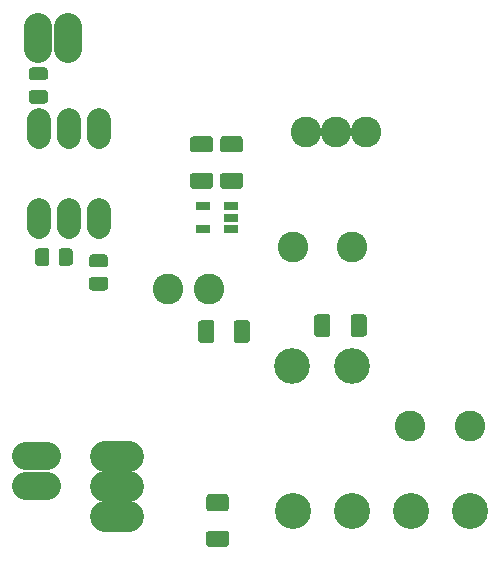
<source format=gts>
%FSLAX34Y34*%
%MOMM*%
%LNSOLDERMASK_TOP*%
G71*
G01*
%ADD10C, 2.000*%
%ADD11R, 1.200X0.800*%
%ADD12C, 2.600*%
%ADD13C, 2.600*%
%ADD14C, 3.050*%
%ADD15C, 2.400*%
%ADD16C, 0.200*%
%ADD17R, 1.100X1.000*%
%ADD18R, 0.700X0.700*%
%ADD19C, 3.030*%
%ADD20R, 1.000X1.100*%
%LPD*%
G54D10*
X80956Y-102513D02*
X80956Y-116513D01*
G54D10*
X106355Y-102513D02*
X106356Y-116513D01*
G54D10*
X131755Y-102513D02*
X131755Y-116513D01*
G54D10*
X131755Y-178713D02*
X131755Y-192713D01*
G54D10*
X106355Y-178713D02*
X106356Y-192713D01*
G54D10*
X80956Y-178713D02*
X80955Y-192713D01*
X219868Y-194469D02*
G54D11*
D03*
X219868Y-175469D02*
G54D11*
D03*
X243668Y-194469D02*
G54D11*
D03*
X243668Y-175469D02*
G54D11*
D03*
X243668Y-184969D02*
G54D11*
D03*
G54D12*
X136862Y-386519D02*
X156862Y-386519D01*
G54D12*
X136862Y-411919D02*
X156862Y-411919D01*
G54D12*
X136862Y-437319D02*
X156862Y-437319D01*
X307199Y-112676D02*
G54D13*
D03*
X332599Y-112676D02*
G54D13*
D03*
X357999Y-112675D02*
G54D13*
D03*
X346655Y-210250D02*
G54D13*
D03*
X296649Y-210250D02*
G54D13*
D03*
X296087Y-433350D02*
G54D14*
D03*
X346087Y-433350D02*
G54D14*
D03*
X396087Y-433350D02*
G54D14*
D03*
X446087Y-433350D02*
G54D14*
D03*
G54D15*
X106257Y-41982D02*
X106257Y-23982D01*
G54D15*
X80857Y-41982D02*
X80857Y-23982D01*
G36*
X237418Y-159957D02*
X235418Y-157957D01*
X235418Y-148957D01*
X236418Y-147957D01*
X252418Y-147957D01*
X253418Y-148957D01*
X253418Y-157957D01*
X251418Y-159957D01*
X237418Y-159957D01*
G37*
G54D16*
X237418Y-159957D02*
X235418Y-157957D01*
X235418Y-148957D01*
X236418Y-147957D01*
X252418Y-147957D01*
X253418Y-148957D01*
X253418Y-157957D01*
X251418Y-159957D01*
X237418Y-159957D01*
G36*
X236918Y-128957D02*
X236418Y-128957D01*
X235418Y-127957D01*
X235418Y-118957D01*
X237418Y-116957D01*
X251418Y-116957D01*
X253418Y-118957D01*
X253418Y-127957D01*
X252418Y-128957D01*
X236918Y-128957D01*
G37*
G54D16*
X236918Y-128957D02*
X236418Y-128957D01*
X235418Y-127957D01*
X235418Y-118957D01*
X237418Y-116957D01*
X251418Y-116957D01*
X253418Y-118957D01*
X253418Y-127957D01*
X252418Y-128957D01*
X236918Y-128957D01*
X244420Y-154509D02*
G54D17*
D03*
X243920Y-122509D02*
G54D17*
D03*
G36*
X75818Y-88063D02*
X73818Y-86063D01*
X73818Y-79063D01*
X74818Y-78063D01*
X86818Y-78063D01*
X87818Y-79063D01*
X87818Y-86063D01*
X85818Y-88063D01*
X75818Y-88063D01*
G37*
G54D16*
X75818Y-88063D02*
X73818Y-86063D01*
X73818Y-79063D01*
X74818Y-78063D01*
X86818Y-78063D01*
X87818Y-79063D01*
X87818Y-86063D01*
X85818Y-88063D01*
X75818Y-88063D01*
G36*
X74818Y-68063D02*
X73818Y-67063D01*
X73818Y-60063D01*
X75818Y-58063D01*
X85818Y-58063D01*
X87818Y-60063D01*
X87818Y-67063D01*
X86818Y-68063D01*
X74818Y-68063D01*
G37*
G54D16*
X74818Y-68063D02*
X73818Y-67063D01*
X73818Y-60063D01*
X75818Y-58063D01*
X85818Y-58063D01*
X87818Y-60063D01*
X87818Y-67063D01*
X86818Y-68063D01*
X74818Y-68063D01*
X80857Y-82988D02*
G54D18*
D03*
X80857Y-62988D02*
G54D18*
D03*
G36*
X108905Y-223207D02*
X106905Y-225207D01*
X99905Y-225207D01*
X98905Y-224207D01*
X98905Y-212207D01*
X99905Y-211207D01*
X106905Y-211207D01*
X108905Y-213207D01*
X108905Y-223207D01*
G37*
G54D16*
X108905Y-223207D02*
X106905Y-225207D01*
X99905Y-225207D01*
X98905Y-224207D01*
X98905Y-212207D01*
X99905Y-211207D01*
X106905Y-211207D01*
X108905Y-213207D01*
X108905Y-223207D01*
G36*
X88905Y-224207D02*
X87905Y-225207D01*
X80905Y-225207D01*
X78905Y-223207D01*
X78905Y-213207D01*
X80905Y-211207D01*
X87905Y-211207D01*
X88905Y-212207D01*
X88905Y-224207D01*
G37*
G54D16*
X88905Y-224207D02*
X87905Y-225207D01*
X80905Y-225207D01*
X78905Y-223207D01*
X78905Y-213207D01*
X80905Y-211207D01*
X87905Y-211207D01*
X88905Y-212207D01*
X88905Y-224207D01*
X103980Y-218282D02*
G54D18*
D03*
X83980Y-218282D02*
G54D18*
D03*
G36*
X126706Y-246318D02*
X124706Y-244318D01*
X124706Y-237318D01*
X125706Y-236318D01*
X137706Y-236318D01*
X138706Y-237318D01*
X138706Y-244318D01*
X136706Y-246318D01*
X126706Y-246318D01*
G37*
G54D16*
X126706Y-246318D02*
X124706Y-244318D01*
X124706Y-237318D01*
X125706Y-236318D01*
X137706Y-236318D01*
X138706Y-237318D01*
X138706Y-244318D01*
X136706Y-246318D01*
X126706Y-246318D01*
G36*
X125706Y-226318D02*
X124706Y-225318D01*
X124706Y-218318D01*
X126706Y-216318D01*
X136706Y-216318D01*
X138706Y-218318D01*
X138706Y-225318D01*
X137706Y-226318D01*
X125706Y-226318D01*
G37*
G54D16*
X125706Y-226318D02*
X124706Y-225318D01*
X124706Y-218318D01*
X126706Y-216318D01*
X136706Y-216318D01*
X138706Y-218318D01*
X138706Y-225318D01*
X137706Y-226318D01*
X125706Y-226318D01*
X131762Y-241300D02*
G54D18*
D03*
X131762Y-221300D02*
G54D18*
D03*
X225443Y-245232D02*
G54D13*
D03*
X190443Y-245232D02*
G54D13*
D03*
X295193Y-310494D02*
G54D19*
D03*
X345993Y-310494D02*
G54D19*
D03*
X445848Y-361353D02*
G54D13*
D03*
X395842Y-361353D02*
G54D13*
D03*
G36*
X212018Y-159857D02*
X210018Y-157857D01*
X210018Y-148857D01*
X211018Y-147857D01*
X227018Y-147857D01*
X228018Y-148857D01*
X228018Y-157857D01*
X226018Y-159857D01*
X212018Y-159857D01*
G37*
G54D16*
X212018Y-159857D02*
X210018Y-157857D01*
X210018Y-148857D01*
X211018Y-147857D01*
X227018Y-147857D01*
X228018Y-148857D01*
X228018Y-157857D01*
X226018Y-159857D01*
X212018Y-159857D01*
G36*
X211518Y-128857D02*
X211018Y-128857D01*
X210018Y-127857D01*
X210018Y-118857D01*
X212018Y-116857D01*
X226018Y-116857D01*
X228018Y-118857D01*
X228018Y-127857D01*
X227018Y-128857D01*
X211518Y-128857D01*
G37*
G54D16*
X211518Y-128857D02*
X211018Y-128857D01*
X210018Y-127857D01*
X210018Y-118857D01*
X212018Y-116857D01*
X226018Y-116857D01*
X228018Y-118857D01*
X228018Y-127857D01*
X227018Y-128857D01*
X211518Y-128857D01*
X219020Y-154509D02*
G54D17*
D03*
X218520Y-122509D02*
G54D17*
D03*
G54D15*
X88393Y-411919D02*
X70393Y-411919D01*
G54D15*
X88393Y-386519D02*
X70393Y-386519D01*
G36*
X225518Y-463163D02*
X223518Y-461163D01*
X223518Y-452163D01*
X224518Y-451163D01*
X240518Y-451163D01*
X241518Y-452163D01*
X241518Y-461163D01*
X239518Y-463163D01*
X225518Y-463163D01*
G37*
G54D16*
X225518Y-463163D02*
X223518Y-461163D01*
X223518Y-452163D01*
X224518Y-451163D01*
X240518Y-451163D01*
X241518Y-452163D01*
X241518Y-461163D01*
X239518Y-463163D01*
X225518Y-463163D01*
G36*
X225018Y-432163D02*
X224518Y-432163D01*
X223518Y-431163D01*
X223518Y-422163D01*
X225518Y-420163D01*
X239518Y-420163D01*
X241518Y-422163D01*
X241518Y-431163D01*
X240518Y-432163D01*
X225018Y-432163D01*
G37*
G54D16*
X225018Y-432163D02*
X224518Y-432163D01*
X223518Y-431163D01*
X223518Y-422163D01*
X225518Y-420163D01*
X239518Y-420163D01*
X241518Y-422163D01*
X241518Y-431163D01*
X240518Y-432163D01*
X225018Y-432163D01*
X232510Y-457630D02*
G54D17*
D03*
X232010Y-425630D02*
G54D17*
D03*
G36*
X259518Y-288263D02*
X257518Y-290263D01*
X248518Y-290263D01*
X247518Y-289263D01*
X247518Y-273263D01*
X248518Y-272263D01*
X257518Y-272263D01*
X259518Y-274263D01*
X259518Y-288263D01*
G37*
G54D16*
X259518Y-288263D02*
X257518Y-290263D01*
X248518Y-290263D01*
X247518Y-289263D01*
X247518Y-273263D01*
X248518Y-272263D01*
X257518Y-272263D01*
X259518Y-274263D01*
X259518Y-288263D01*
G36*
X228518Y-288763D02*
X228518Y-289263D01*
X227518Y-290263D01*
X218518Y-290263D01*
X216518Y-288263D01*
X216518Y-274263D01*
X218518Y-272263D01*
X227518Y-272263D01*
X228518Y-273263D01*
X228518Y-288763D01*
G37*
G54D16*
X228518Y-288763D02*
X228518Y-289263D01*
X227518Y-290263D01*
X218518Y-290263D01*
X216518Y-288263D01*
X216518Y-274263D01*
X218518Y-272263D01*
X227518Y-272263D01*
X228518Y-273263D01*
X228518Y-288763D01*
X254160Y-281290D02*
G54D20*
D03*
X222160Y-281790D02*
G54D20*
D03*
G36*
X314918Y-269563D02*
X316918Y-267563D01*
X325918Y-267563D01*
X326918Y-268563D01*
X326918Y-284563D01*
X325918Y-285563D01*
X316918Y-285563D01*
X314918Y-283563D01*
X314918Y-269563D01*
G37*
G54D16*
X314918Y-269563D02*
X316918Y-267563D01*
X325918Y-267563D01*
X326918Y-268563D01*
X326918Y-284563D01*
X325918Y-285563D01*
X316918Y-285563D01*
X314918Y-283563D01*
X314918Y-269563D01*
G36*
X345918Y-269063D02*
X345918Y-268563D01*
X346918Y-267563D01*
X355918Y-267563D01*
X357918Y-269563D01*
X357918Y-283563D01*
X355918Y-285563D01*
X346918Y-285563D01*
X345918Y-284563D01*
X345918Y-269063D01*
G37*
G54D16*
X345918Y-269063D02*
X345918Y-268563D01*
X346918Y-267563D01*
X355918Y-267563D01*
X357918Y-269563D01*
X357918Y-283563D01*
X355918Y-285563D01*
X346918Y-285563D01*
X345918Y-284563D01*
X345918Y-269063D01*
X320470Y-276559D02*
G54D20*
D03*
G36*
X347470Y-270559D02*
X357470Y-270559D01*
X357470Y-281559D01*
X347470Y-281559D01*
X347470Y-270559D01*
G37*
M02*

</source>
